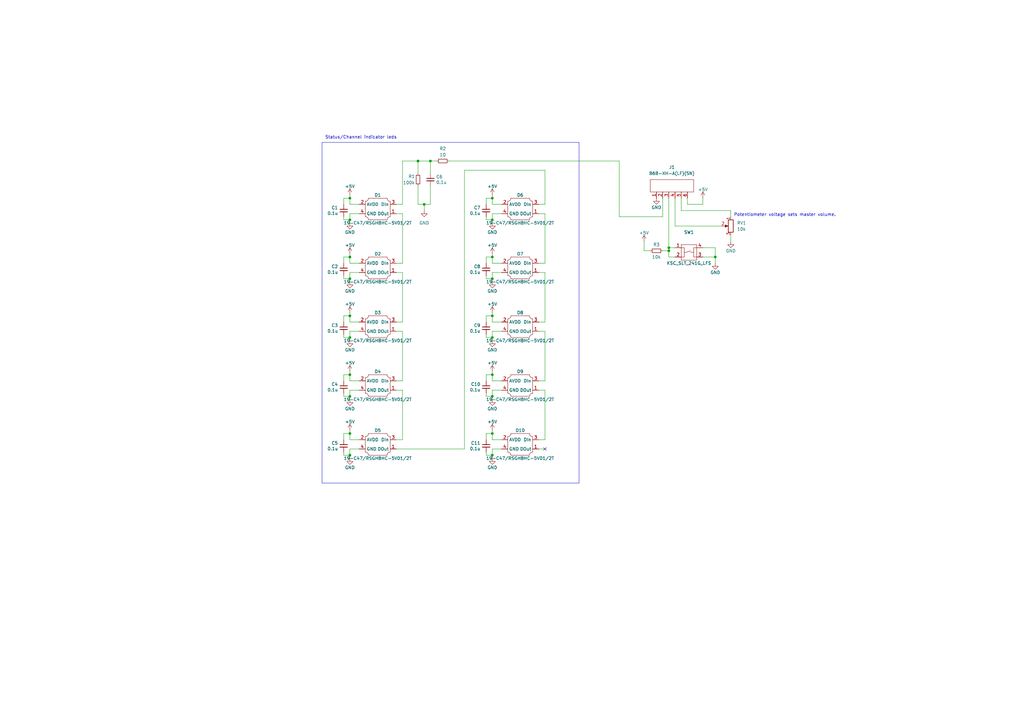
<source format=kicad_sch>
(kicad_sch (version 20230121) (generator eeschema)
  (paper "A3")
  (lib_symbols
    (symbol "Device:C_Small" (pin_numbers hide) (pin_names (offset 0.254) hide)
      (property "Reference" "C" (at 0.254 1.778 0))
      (property "Value" "C_Small" (at 0.254 -2.032 0))
      (symbol "C_Small_0_1"
        (polyline (pts (xy -1.524 -0.508) (xy 1.524 -0.508)) (stroke (width 0.3302)))
        (polyline (pts (xy -1.524 0.508) (xy 1.524 0.508)) (stroke (width 0.3048)))
      )
      (symbol "C_Small_1_1"
        (pin passive line (at 0 2.54 270) (length 2.032) (name "~") (number "1"))
        (pin passive line (at 0 -2.54 90) (length 2.032) (name "~") (number "2"))
      )
    )
    (symbol "Device:R_Potentiometer" (pin_names (offset 1.016) hide)
      (property "Reference" "RV" (at -4.445 0 90))
      (property "Value" "R_Potentiometer" (at -2.54 0 90))
      (symbol "R_Potentiometer_0_1"
        (polyline (pts (xy 2.54 0) (xy 1.524 0)))
        (polyline (pts (xy 1.143 0) (xy 2.286 0.508) (xy 2.286 -0.508) (xy 1.143 0)) (fill (type outline)))
        (rectangle (start 1.016 2.54) (end -1.016 -2.54) (stroke (width 0.254)))
      )
      (symbol "R_Potentiometer_1_1"
        (pin passive line (at 0 3.81 270) (length 1.27) (name "1") (number "1"))
        (pin passive line (at 3.81 0 180) (length 1.27) (name "2") (number "2"))
        (pin passive line (at 0 -3.81 90) (length 1.27) (name "3") (number "3"))
      )
    )
    (symbol "Device:R_Small" (pin_numbers hide) (pin_names (offset 0.254) hide)
      (property "Reference" "R" (at 0.762 0.508 0))
      (property "Value" "R_Small" (at 0.762 -1.016 0))
      (symbol "R_Small_0_1"
        (rectangle (start -0.762 1.778) (end 0.762 -1.778) (stroke (width 0.2032)))
      )
      (symbol "R_Small_1_1"
        (pin passive line (at 0 2.54 270) (length 0.762) (name "~") (number "1"))
        (pin passive line (at 0 -2.54 90) (length 0.762) (name "~") (number "2"))
      )
    )
    (symbol "power:+5V" (power) (pin_names (offset 0))
      (property "Value" "+5V" (at 0 3.556 0))
      (symbol "+5V_0_1"
        (polyline (pts (xy -0.762 1.27) (xy 0 2.54)))
        (polyline (pts (xy 0 0) (xy 0 2.54)))
        (polyline (pts (xy 0 2.54) (xy 0.762 1.27)))
      )
      (symbol "+5V_1_1"
        (pin power_in line (at 0 0 90) (length 0) hide (name "+5V") (number "1"))
      )
    )
    (symbol "power:GND" (power) (pin_names (offset 0))
      (property "Value" "GND" (at 0 -3.81 0))
      (symbol "GND_0_1"
        (polyline (pts (xy 0 0) (xy 0 -1.27) (xy 1.27 -1.27) (xy 0 -2.54) (xy -1.27 -1.27) (xy 0 -1.27)))
      )
      (symbol "GND_1_1"
        (pin power_in line (at 0 0 270) (length 0) hide (name "GND") (number "1"))
      )
    )
    (symbol "silver-box-modular:19-C47/RSGHBHC-5V01/2T"
      (property "Reference" "D" (at 5.08 1.27 0))
      (property "Value" "19-C47/RSGHBHC-5V01/2T" (at 5.08 -10.16 0))
      (symbol "19-C47/RSGHBHC-5V01/2T_0_1"
        (arc (start 0 -1.27) (mid 0.898 -0.898) (end 1.27 0))
        (polyline (pts (xy 0 -1.27) (xy 0 -7.62)))
        (polyline (pts (xy 1.27 -8.89) (xy 8.89 -8.89)))
        (polyline (pts (xy 8.89 0) (xy 1.27 0)))
        (polyline (pts (xy 10.16 -7.62) (xy 10.16 -1.27)))
        (arc (start 1.27 -8.89) (mid 0.898 -7.992) (end 0 -7.62))
        (arc (start 8.89 0) (mid 9.262 -0.898) (end 10.16 -1.27))
        (arc (start 10.16 -7.62) (mid 9.262 -7.992) (end 8.89 -8.89))
      )
      (symbol "19-C47/RSGHBHC-5V01/2T_1_1"
        (pin passive line (at -2.54 -6.35 0) (length 2.54) (name "DOut") (number "1"))
        (pin power_in line (at 12.7 -2.54 180) (length 2.54) (name "AVDD") (number "2"))
        (pin passive line (at -2.54 -2.54 0) (length 2.54) (name "DIn") (number "3"))
        (pin power_in line (at 12.7 -6.35 180) (length 2.54) (name "GND") (number "4"))
      )
    )
    (symbol "silver-box-modular:B6B-XH-A(LF)(SN)"
      (property "Reference" "U" (at 0 3.81 0))
      (property "Value" "B6B-XH-A(LF)(SN)" (at 0 1.27 0))
      (symbol "B6B-XH-A(LF)(SN)_0_0"
        (pin passive line (at -6.35 -7.62 90) (length 2.54) (name "") (number "1"))
        (pin passive line (at -3.81 -7.62 90) (length 2.54) (name "") (number "2"))
        (pin passive line (at -1.27 -7.62 90) (length 2.54) (name "") (number "3"))
        (pin passive line (at 1.27 -7.62 90) (length 2.54) (name "") (number "4"))
        (pin passive line (at 3.81 -7.62 90) (length 2.54) (name "") (number "5"))
        (pin passive line (at 6.35 -7.62 90) (length 2.54) (name "") (number "6"))
      )
      (symbol "B6B-XH-A(LF)(SN)_0_1"
        (rectangle (start -8.89 -5.08) (end 8.89 0))
      )
    )
    (symbol "silver-box-modular:KSC_SLT_241G_LFS"
      (property "Reference" "SW" (at 5.715 2.54 0))
      (property "Value" "KSC_SLT_241G_LFS" (at 5.715 -6.35 0))
      (symbol "KSC_SLT_241G_LFS_0_1"
        (polyline (pts (xy 6.35 -1.905) (xy 7.62 -1.905)))
        (polyline (pts (xy 3.81 -1.905) (xy 4.445 -1.905) (xy 6.35 -1.27)))
        (polyline (pts (xy 2.54 0) (xy 3.81 0) (xy 3.81 -3.81) (xy 2.54 -3.81)))
        (polyline (pts (xy 8.89 -3.81) (xy 7.62 -3.81) (xy 7.62 0) (xy 8.89 0)))
        (rectangle (start 2.54 -5.08) (end 8.89 1.27))
      )
      (symbol "KSC_SLT_241G_LFS_1_1"
        (pin passive line (at 0 0 0) (length 2.54) (name "") (number "1"))
        (pin passive line (at 0 -3.81 0) (length 2.54) (name "") (number "2"))
        (pin passive line (at 11.43 -3.81 180) (length 2.54) (name "") (number "3"))
        (pin passive line (at 11.43 0 180) (length 2.54) (name "") (number "4"))
      )
    )
  )
  (junction (at 201.93 105.41))
  (junction (at 176.53 66.04))
  (junction (at 143.51 81.28))
  (junction (at 201.93 138.43))
  (junction (at 143.51 105.41))
  (junction (at 143.51 153.67))
  (junction (at 201.93 162.56))
  (junction (at 274.32 101.6))
  (junction (at 143.51 177.8))
  (junction (at 201.93 177.8))
  (junction (at 143.51 138.43))
  (junction (at 143.51 162.56))
  (junction (at 143.51 186.69))
  (junction (at 201.93 186.69))
  (junction (at 171.45 66.04))
  (junction (at 143.51 90.17))
  (junction (at 293.37 105.41))
  (junction (at 201.93 114.3))
  (junction (at 274.32 102.87))
  (junction (at 143.51 114.3))
  (junction (at 143.51 129.54))
  (junction (at 201.93 90.17))
  (junction (at 201.93 129.54))
  (junction (at 201.93 153.67))
  (junction (at 201.93 81.28))
  (junction (at 173.99 83.82))
  (no_connect (at 223.52 184.15))
  (wire (pts (xy 201.93 128.27) (xy 201.93 129.54)))
  (wire (pts (xy 220.98 180.34) (xy 223.52 180.34)))
  (wire (pts (xy 201.93 104.14) (xy 201.93 105.41)))
  (wire (pts (xy 140.97 153.67) (xy 143.51 153.67)))
  (wire (pts (xy 147.32 180.34) (xy 143.51 180.34)))
  (wire (pts (xy 201.93 184.15) (xy 205.74 184.15)))
  (wire (pts (xy 162.56 184.15) (xy 190.5 184.15)))
  (wire (pts (xy 143.51 129.54) (xy 143.51 132.08)))
  (polyline (pts (xy 132.08 58.42) (xy 132.08 198.12)))
  (wire (pts (xy 199.39 137.16) (xy 199.39 138.43)))
  (wire (pts (xy 205.74 83.82) (xy 201.93 83.82)))
  (wire (pts (xy 143.51 162.56) (xy 143.51 163.83)))
  (wire (pts (xy 171.45 76.2) (xy 171.45 83.82)))
  (wire (pts (xy 143.51 114.3) (xy 143.51 115.57)))
  (wire (pts (xy 143.51 81.28) (xy 143.51 83.82)))
  (wire (pts (xy 143.51 160.02) (xy 147.32 160.02)))
  (wire (pts (xy 140.97 185.42) (xy 140.97 186.69)))
  (wire (pts (xy 274.32 102.87) (xy 274.32 101.6)))
  (wire (pts (xy 201.93 81.28) (xy 201.93 83.82)))
  (wire (pts (xy 199.39 138.43) (xy 201.93 138.43)))
  (wire (pts (xy 223.52 111.76) (xy 220.98 111.76)))
  (wire (pts (xy 223.52 69.85) (xy 190.5 69.85)))
  (wire (pts (xy 199.39 161.29) (xy 199.39 162.56)))
  (wire (pts (xy 276.86 105.41) (xy 274.32 105.41)))
  (wire (pts (xy 165.1 135.89) (xy 165.1 156.21)))
  (wire (pts (xy 140.97 180.34) (xy 140.97 177.8)))
  (wire (pts (xy 176.53 76.2) (xy 176.53 83.82)))
  (wire (pts (xy 143.51 135.89) (xy 147.32 135.89)))
  (wire (pts (xy 199.39 180.34) (xy 199.39 177.8)))
  (wire (pts (xy 176.53 66.04) (xy 176.53 71.12)))
  (wire (pts (xy 199.39 105.41) (xy 201.93 105.41)))
  (wire (pts (xy 143.51 111.76) (xy 143.51 114.3)))
  (wire (pts (xy 165.1 160.02) (xy 162.56 160.02)))
  (wire (pts (xy 147.32 132.08) (xy 143.51 132.08)))
  (wire (pts (xy 140.97 162.56) (xy 143.51 162.56)))
  (wire (pts (xy 254 66.04) (xy 184.15 66.04)))
  (wire (pts (xy 162.56 107.95) (xy 165.1 107.95)))
  (wire (pts (xy 223.52 87.63) (xy 220.98 87.63)))
  (wire (pts (xy 223.52 135.89) (xy 220.98 135.89)))
  (wire (pts (xy 293.37 105.41) (xy 293.37 107.95)))
  (wire (pts (xy 199.39 114.3) (xy 201.93 114.3)))
  (wire (pts (xy 205.74 156.21) (xy 201.93 156.21)))
  (wire (pts (xy 201.93 162.56) (xy 201.93 163.83)))
  (wire (pts (xy 140.97 129.54) (xy 143.51 129.54)))
  (wire (pts (xy 199.39 90.17) (xy 201.93 90.17)))
  (polyline (pts (xy 237.49 58.42) (xy 237.49 198.12)))
  (wire (pts (xy 143.51 184.15) (xy 143.51 186.69)))
  (wire (pts (xy 201.93 135.89) (xy 201.93 138.43)))
  (wire (pts (xy 140.97 177.8) (xy 143.51 177.8)))
  (wire (pts (xy 173.99 83.82) (xy 176.53 83.82)))
  (wire (pts (xy 171.45 66.04) (xy 171.45 71.12)))
  (wire (pts (xy 165.1 135.89) (xy 162.56 135.89)))
  (wire (pts (xy 299.72 96.52) (xy 299.72 99.06)))
  (wire (pts (xy 201.93 111.76) (xy 201.93 114.3)))
  (wire (pts (xy 143.51 128.27) (xy 143.51 129.54)))
  (wire (pts (xy 201.93 87.63) (xy 205.74 87.63)))
  (wire (pts (xy 162.56 180.34) (xy 165.1 180.34)))
  (wire (pts (xy 162.56 156.21) (xy 165.1 156.21)))
  (wire (pts (xy 201.93 177.8) (xy 201.93 180.34)))
  (wire (pts (xy 274.32 81.28) (xy 274.32 101.6)))
  (wire (pts (xy 140.97 132.08) (xy 140.97 129.54)))
  (wire (pts (xy 271.78 88.9) (xy 254 88.9)))
  (wire (pts (xy 143.51 186.69) (xy 143.51 187.96)))
  (wire (pts (xy 140.97 113.03) (xy 140.97 114.3)))
  (wire (pts (xy 140.97 137.16) (xy 140.97 138.43)))
  (wire (pts (xy 199.39 185.42) (xy 199.39 186.69)))
  (wire (pts (xy 143.51 104.14) (xy 143.51 105.41)))
  (polyline (pts (xy 237.49 198.12) (xy 132.08 198.12)))
  (wire (pts (xy 279.4 86.36) (xy 299.72 86.36)))
  (wire (pts (xy 201.93 160.02) (xy 201.93 162.56)))
  (wire (pts (xy 274.32 105.41) (xy 274.32 102.87)))
  (wire (pts (xy 162.56 83.82) (xy 165.1 83.82)))
  (wire (pts (xy 220.98 160.02) (xy 223.52 160.02)))
  (wire (pts (xy 199.39 153.67) (xy 201.93 153.67)))
  (wire (pts (xy 201.93 138.43) (xy 201.93 139.7)))
  (wire (pts (xy 143.51 105.41) (xy 143.51 107.95)))
  (wire (pts (xy 140.97 81.28) (xy 143.51 81.28)))
  (wire (pts (xy 165.1 87.63) (xy 165.1 107.95)))
  (wire (pts (xy 220.98 83.82) (xy 223.52 83.82)))
  (wire (pts (xy 140.97 107.95) (xy 140.97 105.41)))
  (polyline (pts (xy 132.08 58.42) (xy 237.49 58.42)))
  (wire (pts (xy 201.93 90.17) (xy 201.93 91.44)))
  (wire (pts (xy 143.51 111.76) (xy 147.32 111.76)))
  (wire (pts (xy 171.45 83.82) (xy 173.99 83.82)))
  (wire (pts (xy 223.52 87.63) (xy 223.52 107.95)))
  (wire (pts (xy 223.52 135.89) (xy 223.52 156.21)))
  (wire (pts (xy 199.39 107.95) (xy 199.39 105.41)))
  (wire (pts (xy 288.29 81.28) (xy 288.29 83.82)))
  (wire (pts (xy 271.78 81.28) (xy 271.78 88.9)))
  (wire (pts (xy 147.32 107.95) (xy 143.51 107.95)))
  (wire (pts (xy 276.86 81.28) (xy 276.86 92.71)))
  (wire (pts (xy 143.51 153.67) (xy 143.51 156.21)))
  (wire (pts (xy 205.74 107.95) (xy 201.93 107.95)))
  (wire (pts (xy 201.93 186.69) (xy 201.93 187.96)))
  (wire (pts (xy 147.32 156.21) (xy 143.51 156.21)))
  (wire (pts (xy 201.93 153.67) (xy 201.93 156.21)))
  (wire (pts (xy 199.39 162.56) (xy 201.93 162.56)))
  (wire (pts (xy 143.51 184.15) (xy 147.32 184.15)))
  (wire (pts (xy 201.93 105.41) (xy 201.93 107.95)))
  (wire (pts (xy 140.97 83.82) (xy 140.97 81.28)))
  (wire (pts (xy 281.94 81.28) (xy 281.94 83.82)))
  (wire (pts (xy 147.32 83.82) (xy 143.51 83.82)))
  (wire (pts (xy 173.99 83.82) (xy 173.99 86.36)))
  (wire (pts (xy 140.97 90.17) (xy 143.51 90.17)))
  (wire (pts (xy 220.98 156.21) (xy 223.52 156.21)))
  (wire (pts (xy 165.1 111.76) (xy 165.1 132.08)))
  (wire (pts (xy 199.39 113.03) (xy 199.39 114.3)))
  (wire (pts (xy 299.72 86.36) (xy 299.72 88.9)))
  (wire (pts (xy 199.39 129.54) (xy 201.93 129.54)))
  (wire (pts (xy 220.98 184.15) (xy 223.52 184.15)))
  (wire (pts (xy 201.93 160.02) (xy 205.74 160.02)))
  (wire (pts (xy 165.1 66.04) (xy 171.45 66.04)))
  (wire (pts (xy 140.97 105.41) (xy 143.51 105.41)))
  (wire (pts (xy 264.16 102.87) (xy 264.16 99.06)))
  (wire (pts (xy 162.56 132.08) (xy 165.1 132.08)))
  (wire (pts (xy 199.39 156.21) (xy 199.39 153.67)))
  (wire (pts (xy 266.7 102.87) (xy 264.16 102.87)))
  (wire (pts (xy 143.51 160.02) (xy 143.51 162.56)))
  (wire (pts (xy 143.51 176.53) (xy 143.51 177.8)))
  (wire (pts (xy 254 88.9) (xy 254 66.04)))
  (wire (pts (xy 165.1 111.76) (xy 162.56 111.76)))
  (wire (pts (xy 220.98 132.08) (xy 223.52 132.08)))
  (wire (pts (xy 293.37 101.6) (xy 293.37 105.41)))
  (wire (pts (xy 205.74 132.08) (xy 201.93 132.08)))
  (wire (pts (xy 165.1 83.82) (xy 165.1 66.04)))
  (wire (pts (xy 274.32 101.6) (xy 276.86 101.6)))
  (wire (pts (xy 143.51 87.63) (xy 143.51 90.17)))
  (wire (pts (xy 143.51 152.4) (xy 143.51 153.67)))
  (wire (pts (xy 199.39 186.69) (xy 201.93 186.69)))
  (wire (pts (xy 201.93 184.15) (xy 201.93 186.69)))
  (wire (pts (xy 288.29 101.6) (xy 293.37 101.6)))
  (wire (pts (xy 143.51 90.17) (xy 143.51 91.44)))
  (wire (pts (xy 223.52 69.85) (xy 223.52 83.82)))
  (wire (pts (xy 201.93 176.53) (xy 201.93 177.8)))
  (wire (pts (xy 165.1 87.63) (xy 162.56 87.63)))
  (wire (pts (xy 223.52 160.02) (xy 223.52 180.34)))
  (wire (pts (xy 143.51 177.8) (xy 143.51 180.34)))
  (wire (pts (xy 276.86 92.71) (xy 295.91 92.71)))
  (wire (pts (xy 199.39 81.28) (xy 201.93 81.28)))
  (wire (pts (xy 171.45 66.04) (xy 176.53 66.04)))
  (wire (pts (xy 140.97 114.3) (xy 143.51 114.3)))
  (wire (pts (xy 220.98 107.95) (xy 223.52 107.95)))
  (wire (pts (xy 201.93 87.63) (xy 201.93 90.17)))
  (wire (pts (xy 201.93 111.76) (xy 205.74 111.76)))
  (wire (pts (xy 143.51 87.63) (xy 147.32 87.63)))
  (wire (pts (xy 288.29 105.41) (xy 293.37 105.41)))
  (wire (pts (xy 201.93 129.54) (xy 201.93 132.08)))
  (wire (pts (xy 279.4 86.36) (xy 279.4 81.28)))
  (wire (pts (xy 165.1 160.02) (xy 165.1 180.34)))
  (wire (pts (xy 205.74 180.34) (xy 201.93 180.34)))
  (wire (pts (xy 140.97 156.21) (xy 140.97 153.67)))
  (wire (pts (xy 190.5 69.85) (xy 190.5 184.15)))
  (wire (pts (xy 140.97 161.29) (xy 140.97 162.56)))
  (wire (pts (xy 140.97 88.9) (xy 140.97 90.17)))
  (wire (pts (xy 140.97 186.69) (xy 143.51 186.69)))
  (wire (pts (xy 199.39 88.9) (xy 199.39 90.17)))
  (wire (pts (xy 271.78 102.87) (xy 274.32 102.87)))
  (wire (pts (xy 201.93 80.01) (xy 201.93 81.28)))
  (wire (pts (xy 201.93 152.4) (xy 201.93 153.67)))
  (wire (pts (xy 223.52 111.76) (xy 223.52 132.08)))
  (wire (pts (xy 199.39 83.82) (xy 199.39 81.28)))
  (wire (pts (xy 140.97 138.43) (xy 143.51 138.43)))
  (wire (pts (xy 281.94 83.82) (xy 288.29 83.82)))
  (wire (pts (xy 179.07 66.04) (xy 176.53 66.04)))
  (wire (pts (xy 143.51 135.89) (xy 143.51 138.43)))
  (wire (pts (xy 143.51 80.01) (xy 143.51 81.28)))
  (wire (pts (xy 201.93 114.3) (xy 201.93 115.57)))
  (wire (pts (xy 143.51 138.43) (xy 143.51 139.7)))
  (wire (pts (xy 199.39 177.8) (xy 201.93 177.8)))
  (wire (pts (xy 201.93 135.89) (xy 205.74 135.89)))
  (wire (pts (xy 199.39 132.08) (xy 199.39 129.54)))
  (text "Status/Channel indicator leds" (at 133.35 57.15 0) (effects (font (size 1.27 1.27)) (justify left bottom)))
  (text "Potentiometer voltage sets master volume." (at 300.99 88.9 0) (effects (font (size 1.27 1.27)) (justify left bottom)))
  (symbol (lib_id "silver-box-modular:19-C47/RSGHBHC-5V01/2T") (at 218.44 105.41 0) (mirror y) (unit 1)
    (property "Reference" "D7" (at 213.36 104.14 0))
    (property "Value" "19-C47/RSGHBHC-5V01/2T" (at 213.36 115.57 0))
    (property "Footprint" "silver-box-feetprints:19-C47 RSGHBHC-5V01 2T" (effects hide))
    (property "Datasheet" "https://www.digikey.com/en/products/detail/everlight-electronics-co-ltd/19-C47-RSGHBHC-5V01-2T/9962978" (effects hide))
  )
  (symbol (lib_id "power:GND") (at 201.93 91.44 0) (unit 1)
    (property "Reference" "#PWR012" (effects hide))
    (property "Value" "GND" (at 201.93 95.25 0))
  )
  (symbol (lib_id "Device:C_Small") (at 199.39 134.62 0) (mirror y) (unit 1)
    (property "Reference" "C9" (at 197.0532 133.4516 0) (effects (justify left)))
    (property "Value" "0.1u" (at 197.0532 135.763 0) (effects (justify left)))
    (property "Footprint" "Capacitor_SMD:C_0603_1608Metric_Pad1.08x0.95mm_HandSolder" (effects hide))
  )
  (symbol (lib_id "power:GND") (at 201.93 139.7 0) (unit 1)
    (property "Reference" "#PWR016" (effects hide))
    (property "Value" "GND" (at 201.93 143.51 0))
  )
  (symbol (lib_id "power:GND") (at 143.51 115.57 0) (unit 1)
    (property "Reference" "#PWR04" (effects hide))
    (property "Value" "GND" (at 143.51 119.38 0))
  )
  (symbol (lib_id "silver-box-modular:19-C47/RSGHBHC-5V01/2T") (at 218.44 153.67 0) (mirror y) (unit 1)
    (property "Reference" "D9" (at 213.36 152.4 0))
    (property "Value" "19-C47/RSGHBHC-5V01/2T" (at 213.36 163.83 0))
    (property "Footprint" "silver-box-feetprints:19-C47 RSGHBHC-5V01 2T" (effects hide))
    (property "Datasheet" "https://www.digikey.com/en/products/detail/everlight-electronics-co-ltd/19-C47-RSGHBHC-5V01-2T/9962978" (effects hide))
  )
  (symbol (lib_id "power:+5V") (at 264.16 99.06 0) (unit 1)
    (property "Reference" "#PWR021" (effects hide))
    (property "Value" "+5V" (at 264.16 95.504 0))
  )
  (symbol (lib_id "power:+5V") (at 143.51 104.14 0) (unit 1)
    (property "Reference" "#PWR03" (effects hide))
    (property "Value" "+5V" (at 143.51 100.584 0))
  )
  (symbol (lib_id "power:+5V") (at 143.51 152.4 0) (unit 1)
    (property "Reference" "#PWR07" (effects hide))
    (property "Value" "+5V" (at 143.51 148.844 0))
  )
  (symbol (lib_id "power:GND") (at 201.93 115.57 0) (unit 1)
    (property "Reference" "#PWR014" (effects hide))
    (property "Value" "GND" (at 201.93 119.38 0))
  )
  (symbol (lib_id "Device:R_Small") (at 171.45 73.66 0) (mirror x) (unit 1)
    (property "Reference" "R1" (at 170.18 72.39 0) (effects (justify right)))
    (property "Value" "100k" (at 170.18 74.93 0) (effects (justify right)))
    (property "Footprint" "Resistor_SMD:R_0603_1608Metric_Pad0.98x0.95mm_HandSolder" (effects hide))
  )
  (symbol (lib_id "silver-box-modular:B6B-XH-A(LF)(SN)") (at 275.59 73.66 0) (unit 1)
    (property "Reference" "J1" (at 275.59 68.58 0))
    (property "Value" "B6B-XH-A(LF)(SN)" (at 275.59 71.12 0))
    (property "Footprint" "silver-box-feetprints:B6B-XH-A(LF)(SN)" (effects hide))
  )
  (symbol (lib_id "power:GND") (at 143.51 163.83 0) (unit 1)
    (property "Reference" "#PWR08" (effects hide))
    (property "Value" "GND" (at 143.51 167.64 0))
  )
  (symbol (lib_id "silver-box-modular:19-C47/RSGHBHC-5V01/2T") (at 160.02 129.54 0) (mirror y) (unit 1)
    (property "Reference" "D3" (at 154.94 128.27 0))
    (property "Value" "19-C47/RSGHBHC-5V01/2T" (at 154.94 139.7 0))
    (property "Footprint" "silver-box-feetprints:19-C47 RSGHBHC-5V01 2T" (effects hide))
    (property "Datasheet" "https://www.digikey.com/en/products/detail/everlight-electronics-co-ltd/19-C47-RSGHBHC-5V01-2T/9962978" (effects hide))
  )
  (symbol (lib_id "power:GND") (at 201.93 163.83 0) (unit 1)
    (property "Reference" "#PWR018" (effects hide))
    (property "Value" "GND" (at 201.93 167.64 0))
  )
  (symbol (lib_id "Device:C_Small") (at 199.39 110.49 0) (mirror y) (unit 1)
    (property "Reference" "C8" (at 197.0532 109.3216 0) (effects (justify left)))
    (property "Value" "0.1u" (at 197.0532 111.633 0) (effects (justify left)))
    (property "Footprint" "Capacitor_SMD:C_0603_1608Metric_Pad1.08x0.95mm_HandSolder" (effects hide))
  )
  (symbol (lib_id "power:+5V") (at 201.93 104.14 0) (unit 1)
    (property "Reference" "#PWR013" (effects hide))
    (property "Value" "+5V" (at 201.93 100.584 0))
  )
  (symbol (lib_id "power:+5V") (at 143.51 128.27 0) (unit 1)
    (property "Reference" "#PWR05" (effects hide))
    (property "Value" "+5V" (at 143.51 124.714 0))
  )
  (symbol (lib_id "power:GND") (at 173.99 86.36 0) (unit 1)
    (property "Reference" "#PWR026" (effects hide))
    (property "Value" "GND" (at 173.99 91.44 0))
  )
  (symbol (lib_id "Device:C_Small") (at 199.39 158.75 0) (mirror y) (unit 1)
    (property "Reference" "C10" (at 197.0532 157.5816 0) (effects (justify left)))
    (property "Value" "0.1u" (at 197.0532 159.893 0) (effects (justify left)))
    (property "Footprint" "Capacitor_SMD:C_0603_1608Metric_Pad1.08x0.95mm_HandSolder" (effects hide))
  )
  (symbol (lib_id "power:+5V") (at 201.93 128.27 0) (unit 1)
    (property "Reference" "#PWR015" (effects hide))
    (property "Value" "+5V" (at 201.93 124.714 0))
  )
  (symbol (lib_id "power:GND") (at 299.72 99.06 0) (unit 1)
    (property "Reference" "#PWR025" (effects hide))
    (property "Value" "GND" (at 299.72 102.87 0))
  )
  (symbol (lib_id "silver-box-modular:19-C47/RSGHBHC-5V01/2T") (at 218.44 177.8 0) (mirror y) (unit 1)
    (property "Reference" "D10" (at 213.36 176.53 0))
    (property "Value" "19-C47/RSGHBHC-5V01/2T" (at 213.36 187.96 0))
    (property "Footprint" "silver-box-feetprints:19-C47 RSGHBHC-5V01 2T" (effects hide))
    (property "Datasheet" "https://www.digikey.com/en/products/detail/everlight-electronics-co-ltd/19-C47-RSGHBHC-5V01-2T/9962978" (effects hide))
  )
  (symbol (lib_id "Device:C_Small") (at 140.97 158.75 0) (mirror y) (unit 1)
    (property "Reference" "C4" (at 138.6332 157.5816 0) (effects (justify left)))
    (property "Value" "0.1u" (at 138.6332 159.893 0) (effects (justify left)))
    (property "Footprint" "Capacitor_SMD:C_0603_1608Metric_Pad1.08x0.95mm_HandSolder" (effects hide))
  )
  (symbol (lib_id "power:+5V") (at 143.51 80.01 0) (unit 1)
    (property "Reference" "#PWR01" (effects hide))
    (property "Value" "+5V" (at 143.51 76.454 0))
  )
  (symbol (lib_id "power:GND") (at 269.24 81.28 0) (unit 1)
    (property "Reference" "#PWR022" (effects hide))
    (property "Value" "GND" (at 269.24 85.09 0))
  )
  (symbol (lib_id "power:GND") (at 143.51 91.44 0) (unit 1)
    (property "Reference" "#PWR02" (effects hide))
    (property "Value" "GND" (at 143.51 95.25 0))
  )
  (symbol (lib_id "Device:C_Small") (at 140.97 182.88 0) (mirror y) (unit 1)
    (property "Reference" "C5" (at 138.6332 181.7116 0) (effects (justify left)))
    (property "Value" "0.1u" (at 138.6332 184.023 0) (effects (justify left)))
    (property "Footprint" "Capacitor_SMD:C_0603_1608Metric_Pad1.08x0.95mm_HandSolder" (effects hide))
  )
  (symbol (lib_id "power:+5V") (at 201.93 80.01 0) (unit 1)
    (property "Reference" "#PWR011" (effects hide))
    (property "Value" "+5V" (at 201.93 76.454 0))
  )
  (symbol (lib_id "Device:R_Potentiometer") (at 299.72 92.71 0) (mirror y) (unit 1)
    (property "Reference" "RV1" (at 302.26 91.4399 0) (effects (justify right)))
    (property "Value" "10k" (at 302.26 93.9799 0) (effects (justify right)))
    (property "Footprint" "silver-box-feetprints:Bourns PTV11-4425A" (effects hide))
  )
  (symbol (lib_id "silver-box-modular:19-C47/RSGHBHC-5V01/2T") (at 160.02 153.67 0) (mirror y) (unit 1)
    (property "Reference" "D4" (at 154.94 152.4 0))
    (property "Value" "19-C47/RSGHBHC-5V01/2T" (at 154.94 163.83 0))
    (property "Footprint" "silver-box-feetprints:19-C47 RSGHBHC-5V01 2T" (effects hide))
    (property "Datasheet" "https://www.digikey.com/en/products/detail/everlight-electronics-co-ltd/19-C47-RSGHBHC-5V01-2T/9962978" (effects hide))
  )
  (symbol (lib_id "silver-box-modular:19-C47/RSGHBHC-5V01/2T") (at 160.02 105.41 0) (mirror y) (unit 1)
    (property "Reference" "D2" (at 154.94 104.14 0))
    (property "Value" "19-C47/RSGHBHC-5V01/2T" (at 154.94 115.57 0))
    (property "Footprint" "silver-box-feetprints:19-C47 RSGHBHC-5V01 2T" (effects hide))
    (property "Datasheet" "https://www.digikey.com/en/products/detail/everlight-electronics-co-ltd/19-C47-RSGHBHC-5V01-2T/9962978" (effects hide))
  )
  (symbol (lib_id "power:GND") (at 201.93 187.96 0) (unit 1)
    (property "Reference" "#PWR020" (effects hide))
    (property "Value" "GND" (at 201.93 191.77 0))
  )
  (symbol (lib_id "Device:C_Small") (at 140.97 86.36 0) (mirror y) (unit 1)
    (property "Reference" "C1" (at 138.6332 85.1916 0) (effects (justify left)))
    (property "Value" "0.1u" (at 138.6332 87.503 0) (effects (justify left)))
    (property "Footprint" "Capacitor_SMD:C_0603_1608Metric_Pad1.08x0.95mm_HandSolder" (effects hide))
  )
  (symbol (lib_id "Device:C_Small") (at 199.39 182.88 0) (mirror y) (unit 1)
    (property "Reference" "C11" (at 197.0532 181.7116 0) (effects (justify left)))
    (property "Value" "0.1u" (at 197.0532 184.023 0) (effects (justify left)))
    (property "Footprint" "Capacitor_SMD:C_0603_1608Metric_Pad1.08x0.95mm_HandSolder" (effects hide))
  )
  (symbol (lib_id "silver-box-modular:19-C47/RSGHBHC-5V01/2T") (at 218.44 81.28 0) (mirror y) (unit 1)
    (property "Reference" "D6" (at 213.36 80.01 0))
    (property "Value" "19-C47/RSGHBHC-5V01/2T" (at 213.36 91.44 0))
    (property "Footprint" "silver-box-feetprints:19-C47 RSGHBHC-5V01 2T" (effects hide))
    (property "Datasheet" "https://www.digikey.com/en/products/detail/everlight-electronics-co-ltd/19-C47-RSGHBHC-5V01-2T/9962978" (effects hide))
  )
  (symbol (lib_id "Device:R_Small") (at 181.61 66.04 90) (unit 1)
    (property "Reference" "R2" (at 181.61 60.96 90))
    (property "Value" "10" (at 181.61 63.5 90))
    (property "Footprint" "Resistor_SMD:R_0603_1608Metric_Pad0.98x0.95mm_HandSolder" (effects hide))
  )
  (symbol (lib_id "power:GND") (at 143.51 187.96 0) (unit 1)
    (property "Reference" "#PWR010" (effects hide))
    (property "Value" "GND" (at 143.51 191.77 0))
  )
  (symbol (lib_id "Device:R_Small") (at 269.24 102.87 270) (unit 1)
    (property "Reference" "R3" (at 269.24 100.33 90))
    (property "Value" "10k" (at 269.24 105.41 90))
    (property "Footprint" "Resistor_SMD:R_0603_1608Metric_Pad0.98x0.95mm_HandSolder" (effects hide))
  )
  (symbol (lib_id "silver-box-modular:KSC_SLT_241G_LFS") (at 276.86 101.6 0) (unit 1)
    (property "Reference" "SW1" (at 282.575 95.25 0))
    (property "Value" "KSC_SLT_241G_LFS" (at 282.575 107.95 0))
    (property "Footprint" "silver-box-feetprints:KSC SLT 241G LFS" (effects hide))
  )
  (symbol (lib_id "silver-box-modular:19-C47/RSGHBHC-5V01/2T") (at 160.02 177.8 0) (mirror y) (unit 1)
    (property "Reference" "D5" (at 154.94 176.53 0))
    (property "Value" "19-C47/RSGHBHC-5V01/2T" (at 154.94 187.96 0))
    (property "Footprint" "silver-box-feetprints:19-C47 RSGHBHC-5V01 2T" (effects hide))
    (property "Datasheet" "https://www.digikey.com/en/products/detail/everlight-electronics-co-ltd/19-C47-RSGHBHC-5V01-2T/9962978" (effects hide))
  )
  (symbol (lib_id "Device:C_Small") (at 176.53 73.66 0) (unit 1)
    (property "Reference" "C6" (at 178.8668 72.4916 0) (effects (justify left)))
    (property "Value" "0.1u" (at 178.8668 74.803 0) (effects (justify left)))
    (property "Footprint" "Capacitor_SMD:C_0603_1608Metric_Pad1.08x0.95mm_HandSolder" (effects hide))
  )
  (symbol (lib_id "silver-box-modular:19-C47/RSGHBHC-5V01/2T") (at 160.02 81.28 0) (mirror y) (unit 1)
    (property "Reference" "D1" (at 154.94 80.01 0))
    (property "Value" "19-C47/RSGHBHC-5V01/2T" (at 154.94 91.44 0))
    (property "Footprint" "silver-box-feetprints:19-C47 RSGHBHC-5V01 2T" (effects hide))
    (property "Datasheet" "https://www.digikey.com/en/products/detail/everlight-electronics-co-ltd/19-C47-RSGHBHC-5V01-2T/9962978" (effects hide))
  )
  (symbol (lib_id "power:+5V") (at 288.29 81.28 0) (unit 1)
    (property "Reference" "#PWR023" (effects hide))
    (property "Value" "+5V" (at 288.29 77.724 0))
  )
  (symbol (lib_id "power:GND") (at 293.37 107.95 0) (unit 1)
    (property "Reference" "#PWR024" (effects hide))
    (property "Value" "GND" (at 293.37 111.76 0))
  )
  (symbol (lib_id "Device:C_Small") (at 199.39 86.36 0) (mirror y) (unit 1)
    (property "Reference" "C7" (at 197.0532 85.1916 0) (effects (justify left)))
    (property "Value" "0.1u" (at 197.0532 87.503 0) (effects (justify left)))
    (property "Footprint" "Capacitor_SMD:C_0603_1608Metric_Pad1.08x0.95mm_HandSolder" (effects hide))
  )
  (symbol (lib_id "Device:C_Small") (at 140.97 110.49 0) (mirror y) (unit 1)
    (property "Reference" "C2" (at 138.6332 109.3216 0) (effects (justify left)))
    (property "Value" "0.1u" (at 138.6332 111.633 0) (effects (justify left)))
    (property "Footprint" "Capacitor_SMD:C_0603_1608Metric_Pad1.08x0.95mm_HandSolder" (effects hide))
  )
  (symbol (lib_id "power:+5V") (at 201.93 152.4 0) (unit 1)
    (property "Reference" "#PWR017" (effects hide))
    (property "Value" "+5V" (at 201.93 148.844 0))
  )
  (symbol (lib_id "silver-box-modular:19-C47/RSGHBHC-5V01/2T") (at 218.44 129.54 0) (mirror y) (unit 1)
    (property "Reference" "D8" (at 213.36 128.27 0))
    (property "Value" "19-C47/RSGHBHC-5V01/2T" (at 213.36 139.7 0))
    (property "Footprint" "silver-box-feetprints:19-C47 RSGHBHC-5V01 2T" (effects hide))
    (property "Datasheet" "https://www.digikey.com/en/products/detail/everlight-electronics-co-ltd/19-C47-RSGHBHC-5V01-2T/9962978" (effects hide))
  )
  (symbol (lib_id "power:+5V") (at 201.93 176.53 0) (unit 1)
    (property "Reference" "#PWR019" (effects hide))
    (property "Value" "+5V" (at 201.93 172.974 0))
  )
  (symbol (lib_id "power:GND") (at 143.51 139.7 0) (unit 1)
    (property "Reference" "#PWR06" (effects hide))
    (property "Value" "GND" (at 143.51 143.51 0))
  )
  (symbol (lib_id "Device:C_Small") (at 140.97 134.62 0) (mirror y) (unit 1)
    (property "Reference" "C3" (at 138.6332 133.4516 0) (effects (justify left)))
    (property "Value" "0.1u" (at 138.6332 135.763 0) (effects (justify left)))
    (property "Footprint" "Capacitor_SMD:C_0603_1608Metric_Pad1.08x0.95mm_HandSolder" (effects hide))
  )
  (symbol (lib_id "power:+5V") (at 143.51 176.53 0) (unit 1)
    (property "Reference" "#PWR09" (effects hide))
    (property "Value" "+5V" (at 143.51 172.974 0))
  )
)
</source>
